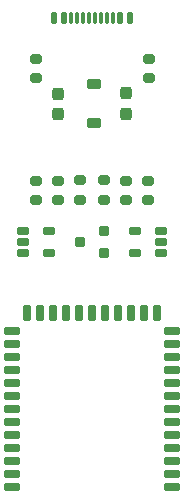
<source format=gbr>
%TF.GenerationSoftware,KiCad,Pcbnew,(6.0.2)*%
%TF.CreationDate,2022-04-05T05:22:49+08:00*%
%TF.ProjectId,TK44,544b3434-2e6b-4696-9361-645f70636258,rev?*%
%TF.SameCoordinates,Original*%
%TF.FileFunction,Paste,Top*%
%TF.FilePolarity,Positive*%
%FSLAX46Y46*%
G04 Gerber Fmt 4.6, Leading zero omitted, Abs format (unit mm)*
G04 Created by KiCad (PCBNEW (6.0.2)) date 2022-04-05 05:22:49*
%MOMM*%
%LPD*%
G01*
G04 APERTURE LIST*
G04 Aperture macros list*
%AMRoundRect*
0 Rectangle with rounded corners*
0 $1 Rounding radius*
0 $2 $3 $4 $5 $6 $7 $8 $9 X,Y pos of 4 corners*
0 Add a 4 corners polygon primitive as box body*
4,1,4,$2,$3,$4,$5,$6,$7,$8,$9,$2,$3,0*
0 Add four circle primitives for the rounded corners*
1,1,$1+$1,$2,$3*
1,1,$1+$1,$4,$5*
1,1,$1+$1,$6,$7*
1,1,$1+$1,$8,$9*
0 Add four rect primitives between the rounded corners*
20,1,$1+$1,$2,$3,$4,$5,0*
20,1,$1+$1,$4,$5,$6,$7,0*
20,1,$1+$1,$6,$7,$8,$9,0*
20,1,$1+$1,$8,$9,$2,$3,0*%
G04 Aperture macros list end*
%ADD10RoundRect,0.200000X0.275000X-0.200000X0.275000X0.200000X-0.275000X0.200000X-0.275000X-0.200000X0*%
%ADD11RoundRect,0.200000X-0.275000X0.200000X-0.275000X-0.200000X0.275000X-0.200000X0.275000X0.200000X0*%
%ADD12RoundRect,0.162500X-0.367500X-0.162500X0.367500X-0.162500X0.367500X0.162500X-0.367500X0.162500X0*%
%ADD13RoundRect,0.225000X0.375000X-0.225000X0.375000X0.225000X-0.375000X0.225000X-0.375000X-0.225000X0*%
%ADD14RoundRect,0.237500X0.237500X-0.287500X0.237500X0.287500X-0.237500X0.287500X-0.237500X-0.287500X0*%
%ADD15RoundRect,0.162500X0.367500X0.162500X-0.367500X0.162500X-0.367500X-0.162500X0.367500X-0.162500X0*%
%ADD16RoundRect,0.135000X-0.135000X-0.365000X0.135000X-0.365000X0.135000X0.365000X-0.135000X0.365000X0*%
%ADD17RoundRect,0.075000X-0.075000X-0.425000X0.075000X-0.425000X0.075000X0.425000X-0.075000X0.425000X0*%
%ADD18RoundRect,0.175000X0.500000X0.175000X-0.500000X0.175000X-0.500000X-0.175000X0.500000X-0.175000X0*%
%ADD19RoundRect,0.175000X-0.175000X0.500000X-0.175000X-0.500000X0.175000X-0.500000X0.175000X0.500000X0*%
%ADD20RoundRect,0.175000X-0.500000X-0.175000X0.500000X-0.175000X0.500000X0.175000X-0.500000X0.175000X0*%
%ADD21RoundRect,0.200000X0.250000X0.200000X-0.250000X0.200000X-0.250000X-0.200000X0.250000X-0.200000X0*%
G04 APERTURE END LIST*
D10*
%TO.C,R8*%
X206750000Y-135135000D03*
X206750000Y-133485000D03*
%TD*%
D11*
%TO.C,R1*%
X212530000Y-123185000D03*
X212530000Y-124835000D03*
%TD*%
D12*
%TO.C,U2*%
X201880000Y-137740000D03*
X201880000Y-138690000D03*
X201880000Y-139640000D03*
X204080000Y-139640000D03*
X204080000Y-137740000D03*
%TD*%
D13*
%TO.C,D46*%
X207890000Y-128650000D03*
X207890000Y-125350000D03*
%TD*%
D14*
%TO.C,D45*%
X210640000Y-127864900D03*
X210640000Y-126114900D03*
%TD*%
D15*
%TO.C,U3*%
X213620000Y-139640000D03*
X213620000Y-138690000D03*
X213620000Y-137740000D03*
X211420000Y-137740000D03*
X211420000Y-139640000D03*
%TD*%
D14*
%TO.C,D47*%
X204860000Y-127874900D03*
X204860000Y-126124900D03*
%TD*%
D16*
%TO.C,J3*%
X210950000Y-119740000D03*
X204550000Y-119740000D03*
X205350000Y-119740000D03*
X210150000Y-119740000D03*
D17*
X209000000Y-119740000D03*
X208000000Y-119740000D03*
X207500000Y-119740000D03*
X206500000Y-119740000D03*
X206000000Y-119740000D03*
X207000000Y-119740000D03*
X208500000Y-119740000D03*
X209508000Y-119740000D03*
%TD*%
D10*
%TO.C,R3*%
X208740000Y-135135000D03*
X208740000Y-133485000D03*
%TD*%
%TO.C,R6*%
X204860000Y-135145000D03*
X204860000Y-133495000D03*
%TD*%
D11*
%TO.C,R2*%
X202980000Y-123185000D03*
X202980000Y-124835000D03*
%TD*%
D18*
%TO.C,U1*%
X214500000Y-159430000D03*
X214500000Y-158330000D03*
X214500000Y-157230000D03*
X214500000Y-156130000D03*
X214500000Y-155030000D03*
X214500000Y-153930000D03*
X214500000Y-152830000D03*
X214500000Y-151730000D03*
X214500000Y-150630000D03*
X214500000Y-149530000D03*
X214500000Y-148430000D03*
X214500000Y-147330000D03*
X214500000Y-146230000D03*
D19*
X213250000Y-144730000D03*
X212150000Y-144730000D03*
X211050000Y-144730000D03*
X209950000Y-144730000D03*
X208850000Y-144730000D03*
X207750000Y-144730000D03*
X206650000Y-144730000D03*
X205550000Y-144730000D03*
X204450000Y-144730000D03*
X203350000Y-144730000D03*
X202250000Y-144730000D03*
D20*
X201000000Y-146230000D03*
X201000000Y-147330000D03*
X201000000Y-148430000D03*
X201000000Y-149530000D03*
X201000000Y-150630000D03*
X201000000Y-151730000D03*
X201000000Y-152830000D03*
X201000000Y-153930000D03*
X201000000Y-155030000D03*
X201000000Y-156130000D03*
X201000000Y-157230000D03*
X201000000Y-158330000D03*
X201000000Y-159430000D03*
%TD*%
D11*
%TO.C,R5*%
X202980000Y-133495000D03*
X202980000Y-135145000D03*
%TD*%
D10*
%TO.C,R7*%
X210630000Y-135145000D03*
X210630000Y-133495000D03*
%TD*%
D21*
%TO.C,Q1*%
X208750000Y-139640000D03*
X208750000Y-137740000D03*
X206750000Y-138690000D03*
%TD*%
D11*
%TO.C,R4*%
X212520000Y-133495000D03*
X212520000Y-135145000D03*
%TD*%
M02*

</source>
